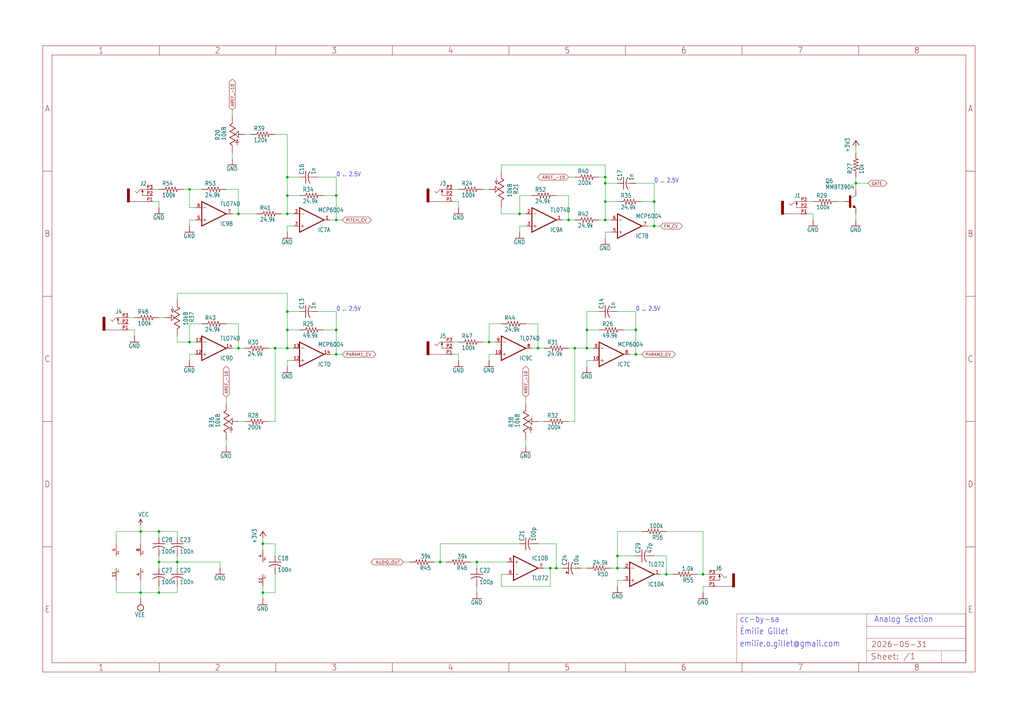
<source format=kicad_sch>
(kicad_sch (version 20231120) (generator "eeschema") (generator_version "8.0")
  (paper "User" 425.45 298.602)
  (lib_symbols
    (symbol "braids_v50COPY-eagle-import:+3V3" (power)
      (symbol "+3V3_1_0"
        (pin power_in line (at 0 -2.54 90) (length 2.54) (name "+3V3") (number "1"))
      )
    )
    (symbol "braids_v50COPY-eagle-import:-NPN-SOT23-BEC"
      (property "Reference" "T" (at -10.16 7.62 0))
      (symbol "-NPN-SOT23-BEC_1_0"
        (pin passive line (at -2.54 0 0) (length 2.54) (name "B") (number "B"))
        (pin passive line (at 2.54 5.08 270) (length 2.54) (name "C") (number "C"))
        (pin passive line (at 2.54 -5.08 90) (length 2.54) (name "E") (number "E"))
      )
    )
    (symbol "braids_v50COPY-eagle-import:A3L-LOC"
      (symbol "A3L-LOC_1_0"
        (text "${#}/${##}" (at 357.505 5.08 0) (effects (font (size 2.54 2.54)) (justify left bottom)))
        (text "${CURRENT_DATE}" (at 344.17 10.16 0) (effects (font (size 2.286 2.286)) (justify left bottom)))
        (text "${PROJECTNAME}" (at 344.17 15.24 0) (effects (font (size 2.54 2.54)) (justify left bottom)))
        (text "1" (at 24.2094 1.905 0) (effects (font (size 2.54 2.286))))
        (text "1" (at 24.2094 258.445 0) (effects (font (size 2.54 2.286))))
        (text "2" (at 72.6281 1.905 0) (effects (font (size 2.54 2.286))))
        (text "2" (at 72.6281 258.445 0) (effects (font (size 2.54 2.286))))
        (text "3" (at 121.0469 1.905 0) (effects (font (size 2.54 2.286))))
        (text "3" (at 121.0469 258.445 0) (effects (font (size 2.54 2.286))))
        (text "4" (at 169.4656 1.905 0) (effects (font (size 2.54 2.286))))
        (text "4" (at 169.4656 258.445 0) (effects (font (size 2.54 2.286))))
        (text "5" (at 217.8844 1.905 0) (effects (font (size 2.54 2.286))))
        (text "5" (at 217.8844 258.445 0) (effects (font (size 2.54 2.286))))
        (text "6" (at 266.3031 1.905 0) (effects (font (size 2.54 2.286))))
        (text "6" (at 266.3031 258.445 0) (effects (font (size 2.54 2.286))))
        (text "7" (at 314.7219 1.905 0) (effects (font (size 2.54 2.286))))
        (text "7" (at 314.7219 258.445 0) (effects (font (size 2.54 2.286))))
        (text "8" (at 363.1406 1.905 0) (effects (font (size 2.54 2.286))))
        (text "8" (at 363.1406 258.445 0) (effects (font (size 2.54 2.286))))
        (text "A" (at 1.905 234.315 0) (effects (font (size 2.54 2.286))))
        (text "A" (at 385.445 234.315 0) (effects (font (size 2.54 2.286))))
        (text "B" (at 1.905 182.245 0) (effects (font (size 2.54 2.286))))
        (text "B" (at 385.445 182.245 0) (effects (font (size 2.54 2.286))))
        (text "C" (at 1.905 130.175 0) (effects (font (size 2.54 2.286))))
        (text "C" (at 385.445 130.175 0) (effects (font (size 2.54 2.286))))
        (text "D" (at 1.905 78.105 0) (effects (font (size 2.54 2.286))))
        (text "D" (at 385.445 78.105 0) (effects (font (size 2.54 2.286))))
        (text "E" (at 1.905 26.035 0) (effects (font (size 2.54 2.286))))
        (text "E" (at 385.445 26.035 0) (effects (font (size 2.54 2.286))))
        (text "Sheet:" (at 343.916 4.953 0) (effects (font (size 2.54 2.54)) (justify left bottom)))
      )
    )
    (symbol "braids_v50COPY-eagle-import:C-USC0603"
      (property "Reference" "C" (at 1.016 0.635 0))
      (symbol "C-USC0603_1_0"
        (pin passive line (at 0 2.54 270) (length 2.54) (name "1") (number "1"))
        (pin passive line (at 0 -5.08 90) (length 2.54) (name "2") (number "2"))
      )
    )
    (symbol "braids_v50COPY-eagle-import:CPOL-USB"
      (property "Reference" "C" (at 1.016 0.635 0))
      (symbol "CPOL-USB_1_0"
        (pin passive line (at 0 2.54 270) (length 2.54) (name "+") (number "+"))
        (pin passive line (at 0 -5.08 90) (length 2.54) (name "-") (number "-"))
      )
    )
    (symbol "braids_v50COPY-eagle-import:GND" (power)
      (symbol "GND_1_0"
        (pin power_in line (at 0 2.54 270) (length 2.54) (name "GND") (number "1"))
      )
    )
    (symbol "braids_v50COPY-eagle-import:PJ301_THONKICONN6"
      (property "Reference" "J" (at -2.54 4.064 0))
      (symbol "PJ301_THONKICONN6_1_0"
        (pin passive line (at -5.08 -2.54 0) (length 2.54) (name "1") (number "P1"))
        (pin passive line (at -5.08 0 0) (length 2.54) (name "2") (number "P2"))
        (pin passive line (at -5.08 2.54 0) (length 2.54) (name "3") (number "P3"))
      )
    )
    (symbol "braids_v50COPY-eagle-import:POT_USVERTICAL_PS"
      (property "Reference" "R" (at -5.08 -2.54 90))
      (symbol "POT_USVERTICAL_PS_1_0"
        (pin passive line (at 0 7.62 270) (length 2.54) (name "E") (number "P$1"))
        (pin passive line (at 5.08 0 180) (length 2.54) (name "S") (number "P$2"))
        (pin passive line (at 0 -7.62 90) (length 2.54) (name "A") (number "P$3"))
      )
    )
    (symbol "braids_v50COPY-eagle-import:R-US_R0603"
      (property "Reference" "R" (at -3.81 1.4986 0))
      (symbol "R-US_R0603_1_0"
        (pin passive line (at -5.08 0 0) (length 2.54) (name "1") (number "1"))
        (pin passive line (at 5.08 0 180) (length 2.54) (name "2") (number "2"))
      )
    )
    (symbol "braids_v50COPY-eagle-import:TL072D"
      (symbol "TL072D_1_0"
        (pin output line (at 7.62 0 180) (length 2.54) (name "OUT") (number "1"))
        (pin input line (at -7.62 -2.54 0) (length 2.54) (name "-IN") (number "2"))
        (pin input line (at -7.62 2.54 0) (length 2.54) (name "+IN") (number "3"))
      )
      (symbol "TL072D_2_0"
        (pin input line (at -7.62 2.54 0) (length 2.54) (name "+IN") (number "5"))
        (pin input line (at -7.62 -2.54 0) (length 2.54) (name "-IN") (number "6"))
        (pin output line (at 7.62 0 180) (length 2.54) (name "OUT") (number "7"))
      )
      (symbol "TL072D_3_0"
        (text "V+" (at 1.27 3.175 900) (effects (font (size 0.8128 0.6908)) (justify left bottom)))
        (text "V-" (at 1.27 -4.445 900) (effects (font (size 0.8128 0.6908)) (justify left bottom)))
        (pin power_in line (at 0 -7.62 90) (length 5.08) (name "V-") (number "4"))
        (pin power_in line (at 0 7.62 270) (length 5.08) (name "V+") (number "8"))
      )
    )
    (symbol "braids_v50COPY-eagle-import:TL074D"
      (symbol "TL074D_1_0"
        (pin output line (at 7.62 0 180) (length 2.54) (name "OUT") (number "1"))
        (pin input line (at -7.62 -2.54 0) (length 2.54) (name "-IN") (number "2"))
        (pin input line (at -7.62 2.54 0) (length 2.54) (name "+IN") (number "3"))
      )
      (symbol "TL074D_2_0"
        (pin input line (at -7.62 2.54 0) (length 2.54) (name "+IN") (number "5"))
        (pin input line (at -7.62 -2.54 0) (length 2.54) (name "-IN") (number "6"))
        (pin output line (at 7.62 0 180) (length 2.54) (name "OUT") (number "7"))
      )
      (symbol "TL074D_3_0"
        (pin input line (at -7.62 2.54 0) (length 2.54) (name "+IN") (number "10"))
        (pin output line (at 7.62 0 180) (length 2.54) (name "OUT") (number "8"))
        (pin input line (at -7.62 -2.54 0) (length 2.54) (name "-IN") (number "9"))
      )
      (symbol "TL074D_4_0"
        (pin input line (at -7.62 2.54 0) (length 2.54) (name "+IN") (number "12"))
        (pin input line (at -7.62 -2.54 0) (length 2.54) (name "-IN") (number "13"))
        (pin output line (at 7.62 0 180) (length 2.54) (name "OUT") (number "14"))
      )
      (symbol "TL074D_5_0"
        (text "V+" (at 1.27 3.175 900) (effects (font (size 0.8128 0.6908)) (justify left bottom)))
        (text "V-" (at 1.27 -4.445 900) (effects (font (size 0.8128 0.6908)) (justify left bottom)))
        (pin power_in line (at 0 -7.62 90) (length 5.08) (name "V-") (number "11"))
        (pin power_in line (at 0 7.62 270) (length 5.08) (name "V+") (number "4"))
      )
    )
    (symbol "braids_v50COPY-eagle-import:VCC" (power)
      (symbol "VCC_1_0"
        (pin power_in line (at 0 0 90) (length 2.54) (name "VCC") (number "1"))
      )
    )
    (symbol "braids_v50COPY-eagle-import:VEE" (power)
      (symbol "VEE_1_0"
        (pin power_in line (at 0 -2.54 90) (length 2.54) (name "VEE") (number "1"))
      )
    )
  )
  (junction (at 198.12 233.68))
  (junction (at 256.54 231.14))
  (junction (at 109.22 246.38))
  (junction (at 251.46 73.66))
  (junction (at 119.38 88.9))
  (junction (at 139.7 81.28))
  (junction (at 203.2 142.24))
  (junction (at 119.38 129.54))
  (junction (at 119.38 81.28))
  (junction (at 139.7 147.32))
  (junction (at 66.04 233.68))
  (junction (at 271.78 83.82))
  (junction (at 119.38 73.66))
  (junction (at 66.04 220.98))
  (junction (at 276.86 238.76))
  (junction (at 223.52 144.78))
  (junction (at 109.22 226.06))
  (junction (at 78.74 78.74))
  (junction (at 292.1 238.76))
  (junction (at 114.3 144.78))
  (junction (at 78.74 142.24))
  (junction (at 215.9 88.9))
  (junction (at 119.38 144.78))
  (junction (at 139.7 137.16))
  (junction (at 99.06 144.78))
  (junction (at 264.16 147.32))
  (junction (at 231.14 236.22))
  (junction (at 236.22 91.44))
  (junction (at 119.38 137.16))
  (junction (at 228.6 236.22))
  (junction (at 73.66 233.68))
  (junction (at 182.88 233.68))
  (junction (at 271.78 93.98))
  (junction (at 58.42 220.98))
  (junction (at 58.42 246.38))
  (junction (at 251.46 91.44))
  (junction (at 238.76 144.78))
  (junction (at 251.46 76.2))
  (junction (at 251.46 83.82))
  (junction (at 99.06 88.9))
  (junction (at 355.6 76.2))
  (junction (at 243.84 137.16))
  (junction (at 139.7 91.44))
  (junction (at 264.16 137.16))
  (junction (at 243.84 144.78))
  (junction (at 66.04 246.38))
  (junction (at 256.54 236.22))
  (wire (pts (xy 73.66 223.52) (xy 73.66 220.98)) (stroke (width 0.1524)))
  (wire (pts (xy 218.44 165.1) (xy 218.44 167.64)) (stroke (width 0.1524)))
  (wire (pts (xy 208.28 68.58) (xy 251.46 68.58)) (stroke (width 0.1524)))
  (wire (pts (xy 63.5 83.82) (xy 66.04 83.82)) (stroke (width 0.1524)))
  (wire (pts (xy 139.7 73.66) (xy 139.7 81.28)) (stroke (width 0.1524)))
  (wire (pts (xy 187.96 78.74) (xy 190.5 78.74)) (stroke (width 0.1524)))
  (wire (pts (xy 73.66 121.92) (xy 119.38 121.92)) (stroke (width 0.1524)))
  (wire (pts (xy 53.34 132.08) (xy 55.88 132.08)) (stroke (width 0.1524)))
  (wire (pts (xy 215.9 88.9) (xy 215.9 81.28)) (stroke (width 0.1524)))
  (wire (pts (xy 132.08 129.54) (xy 139.7 129.54)) (stroke (width 0.1524)))
  (wire (pts (xy 81.28 91.44) (xy 78.74 91.44)) (stroke (width 0.1524)))
  (wire (pts (xy 254 236.22) (xy 256.54 236.22)) (stroke (width 0.1524)))
  (wire (pts (xy 243.84 137.16) (xy 243.84 144.78)) (stroke (width 0.1524)))
  (wire (pts (xy 96.52 63.5) (xy 96.52 66.04)) (stroke (width 0.1524)))
  (wire (pts (xy 218.44 134.62) (xy 223.52 134.62)) (stroke (width 0.1524)))
  (wire (pts (xy 99.06 134.62) (xy 99.06 144.78)) (stroke (width 0.1524)))
  (wire (pts (xy 355.6 76.2) (xy 360.68 76.2)) (stroke (width 0.1524)))
  (wire (pts (xy 114.3 175.26) (xy 114.3 144.78)) (stroke (width 0.1524)))
  (wire (pts (xy 58.42 226.06) (xy 58.42 220.98)) (stroke (width 0.1524)))
  (wire (pts (xy 114.3 226.06) (xy 114.3 231.14)) (stroke (width 0.1524)))
  (wire (pts (xy 119.38 55.88) (xy 119.38 73.66)) (stroke (width 0.1524)))
  (wire (pts (xy 264.16 76.2) (xy 271.78 76.2)) (stroke (width 0.1524)))
  (wire (pts (xy 58.42 246.38) (xy 48.26 246.38)) (stroke (width 0.1524)))
  (wire (pts (xy 266.7 83.82) (xy 271.78 83.82)) (stroke (width 0.1524)))
  (wire (pts (xy 58.42 220.98) (xy 48.26 220.98)) (stroke (width 0.1524)))
  (wire (pts (xy 208.28 238.76) (xy 208.28 243.84)) (stroke (width 0.1524)))
  (wire (pts (xy 114.3 238.76) (xy 114.3 246.38)) (stroke (width 0.1524)))
  (wire (pts (xy 276.86 231.14) (xy 276.86 238.76)) (stroke (width 0.1524)))
  (wire (pts (xy 139.7 91.44) (xy 142.24 91.44)) (stroke (width 0.1524)))
  (wire (pts (xy 121.92 93.98) (xy 119.38 93.98)) (stroke (width 0.1524)))
  (wire (pts (xy 190.5 147.32) (xy 190.5 149.86)) (stroke (width 0.1524)))
  (wire (pts (xy 271.78 93.98) (xy 269.24 93.98)) (stroke (width 0.1524)))
  (wire (pts (xy 66.04 233.68) (xy 66.04 236.22)) (stroke (width 0.1524)))
  (wire (pts (xy 53.34 137.16) (xy 55.88 137.16)) (stroke (width 0.1524)))
  (wire (pts (xy 73.66 142.24) (xy 78.74 142.24)) (stroke (width 0.1524)))
  (wire (pts (xy 109.22 226.06) (xy 109.22 228.6)) (stroke (width 0.1524)))
  (wire (pts (xy 109.22 246.38) (xy 109.22 248.92)) (stroke (width 0.1524)))
  (wire (pts (xy 231.14 226.06) (xy 231.14 236.22)) (stroke (width 0.1524)))
  (wire (pts (xy 238.76 73.66) (xy 236.22 73.66)) (stroke (width 0.1524)))
  (wire (pts (xy 254 96.52) (xy 251.46 96.52)) (stroke (width 0.1524)))
  (wire (pts (xy 182.88 233.68) (xy 182.88 226.06)) (stroke (width 0.1524)))
  (wire (pts (xy 208.28 88.9) (xy 215.9 88.9)) (stroke (width 0.1524)))
  (wire (pts (xy 256.54 241.3) (xy 256.54 243.84)) (stroke (width 0.1524)))
  (wire (pts (xy 119.38 137.16) (xy 119.38 144.78)) (stroke (width 0.1524)))
  (wire (pts (xy 119.38 129.54) (xy 119.38 137.16)) (stroke (width 0.1524)))
  (wire (pts (xy 66.04 246.38) (xy 66.04 243.84)) (stroke (width 0.1524)))
  (wire (pts (xy 78.74 134.62) (xy 78.74 142.24)) (stroke (width 0.1524)))
  (wire (pts (xy 223.52 144.78) (xy 226.06 144.78)) (stroke (width 0.1524)))
  (wire (pts (xy 66.04 233.68) (xy 73.66 233.68)) (stroke (width 0.1524)))
  (wire (pts (xy 236.22 144.78) (xy 238.76 144.78)) (stroke (width 0.1524)))
  (wire (pts (xy 243.84 144.78) (xy 246.38 144.78)) (stroke (width 0.1524)))
  (wire (pts (xy 55.88 137.16) (xy 55.88 139.7)) (stroke (width 0.1524)))
  (wire (pts (xy 99.06 175.26) (xy 101.6 175.26)) (stroke (width 0.1524)))
  (wire (pts (xy 132.08 73.66) (xy 139.7 73.66)) (stroke (width 0.1524)))
  (wire (pts (xy 198.12 243.84) (xy 198.12 246.38)) (stroke (width 0.1524)))
  (wire (pts (xy 114.3 55.88) (xy 119.38 55.88)) (stroke (width 0.1524)))
  (wire (pts (xy 139.7 91.44) (xy 137.16 91.44)) (stroke (width 0.1524)))
  (wire (pts (xy 241.3 236.22) (xy 243.84 236.22)) (stroke (width 0.1524)))
  (wire (pts (xy 66.04 83.82) (xy 66.04 86.36)) (stroke (width 0.1524)))
  (wire (pts (xy 109.22 223.52) (xy 109.22 226.06)) (stroke (width 0.1524)))
  (wire (pts (xy 111.76 144.78) (xy 114.3 144.78)) (stroke (width 0.1524)))
  (wire (pts (xy 66.04 220.98) (xy 66.04 223.52)) (stroke (width 0.1524)))
  (wire (pts (xy 109.22 226.06) (xy 114.3 226.06)) (stroke (width 0.1524)))
  (wire (pts (xy 99.06 78.74) (xy 99.06 88.9)) (stroke (width 0.1524)))
  (wire (pts (xy 347.98 83.82) (xy 350.52 83.82)) (stroke (width 0.1524)))
  (wire (pts (xy 251.46 83.82) (xy 251.46 91.44)) (stroke (width 0.1524)))
  (wire (pts (xy 48.26 220.98) (xy 48.26 226.06)) (stroke (width 0.1524)))
  (wire (pts (xy 200.66 142.24) (xy 203.2 142.24)) (stroke (width 0.1524)))
  (wire (pts (xy 93.98 134.62) (xy 99.06 134.62)) (stroke (width 0.1524)))
  (wire (pts (xy 81.28 147.32) (xy 78.74 147.32)) (stroke (width 0.1524)))
  (wire (pts (xy 355.6 60.96) (xy 355.6 63.5)) (stroke (width 0.1524)))
  (wire (pts (xy 119.38 88.9) (xy 121.92 88.9)) (stroke (width 0.1524)))
  (wire (pts (xy 355.6 88.9) (xy 355.6 91.44)) (stroke (width 0.1524)))
  (wire (pts (xy 271.78 231.14) (xy 276.86 231.14)) (stroke (width 0.1524)))
  (wire (pts (xy 139.7 81.28) (xy 139.7 91.44)) (stroke (width 0.1524)))
  (wire (pts (xy 355.6 78.74) (xy 355.6 76.2)) (stroke (width 0.1524)))
  (wire (pts (xy 91.44 233.68) (xy 91.44 236.22)) (stroke (width 0.1524)))
  (wire (pts (xy 337.82 88.9) (xy 337.82 91.44)) (stroke (width 0.1524)))
  (wire (pts (xy 251.46 73.66) (xy 251.46 76.2)) (stroke (width 0.1524)))
  (wire (pts (xy 114.3 144.78) (xy 119.38 144.78)) (stroke (width 0.1524)))
  (wire (pts (xy 76.2 78.74) (xy 78.74 78.74)) (stroke (width 0.1524)))
  (wire (pts (xy 99.06 144.78) (xy 101.6 144.78)) (stroke (width 0.1524)))
  (wire (pts (xy 264.16 137.16) (xy 264.16 147.32)) (stroke (width 0.1524)))
  (wire (pts (xy 63.5 78.74) (xy 66.04 78.74)) (stroke (width 0.1524)))
  (wire (pts (xy 66.04 220.98) (xy 73.66 220.98)) (stroke (width 0.1524)))
  (wire (pts (xy 111.76 175.26) (xy 114.3 175.26)) (stroke (width 0.1524)))
  (wire (pts (xy 203.2 142.24) (xy 205.74 142.24)) (stroke (width 0.1524)))
  (wire (pts (xy 208.28 134.62) (xy 203.2 134.62)) (stroke (width 0.1524)))
  (wire (pts (xy 256.54 236.22) (xy 259.08 236.22)) (stroke (width 0.1524)))
  (wire (pts (xy 96.52 45.72) (xy 96.52 48.26)) (stroke (width 0.1524)))
  (wire (pts (xy 187.96 83.82) (xy 190.5 83.82)) (stroke (width 0.1524)))
  (wire (pts (xy 335.28 83.82) (xy 337.82 83.82)) (stroke (width 0.1524)))
  (wire (pts (xy 294.64 238.76) (xy 292.1 238.76)) (stroke (width 0.1524)))
  (wire (pts (xy 251.46 96.52) (xy 251.46 99.06)) (stroke (width 0.1524)))
  (wire (pts (xy 220.98 81.28) (xy 215.9 81.28)) (stroke (width 0.1524)))
  (wire (pts (xy 195.58 233.68) (xy 198.12 233.68)) (stroke (width 0.1524)))
  (wire (pts (xy 248.92 137.16) (xy 243.84 137.16)) (stroke (width 0.1524)))
  (wire (pts (xy 93.98 167.64) (xy 93.98 165.1)) (stroke (width 0.1524)))
  (wire (pts (xy 279.4 238.76) (xy 276.86 238.76)) (stroke (width 0.1524)))
  (wire (pts (xy 78.74 86.36) (xy 81.28 86.36)) (stroke (width 0.1524)))
  (wire (pts (xy 251.46 76.2) (xy 251.46 83.82)) (stroke (width 0.1524)))
  (wire (pts (xy 259.08 137.16) (xy 264.16 137.16)) (stroke (width 0.1524)))
  (wire (pts (xy 66.04 231.14) (xy 66.04 233.68)) (stroke (width 0.1524)))
  (wire (pts (xy 218.44 93.98) (xy 215.9 93.98)) (stroke (width 0.1524)))
  (wire (pts (xy 276.86 220.98) (xy 292.1 220.98)) (stroke (width 0.1524)))
  (wire (pts (xy 264.16 147.32) (xy 261.62 147.32)) (stroke (width 0.1524)))
  (wire (pts (xy 73.66 246.38) (xy 73.66 243.84)) (stroke (width 0.1524)))
  (wire (pts (xy 271.78 76.2) (xy 271.78 83.82)) (stroke (width 0.1524)))
  (wire (pts (xy 256.54 129.54) (xy 264.16 129.54)) (stroke (width 0.1524)))
  (wire (pts (xy 119.38 81.28) (xy 119.38 88.9)) (stroke (width 0.1524)))
  (wire (pts (xy 139.7 147.32) (xy 137.16 147.32)) (stroke (width 0.1524)))
  (wire (pts (xy 251.46 91.44) (xy 254 91.44)) (stroke (width 0.1524)))
  (wire (pts (xy 256.54 220.98) (xy 256.54 231.14)) (stroke (width 0.1524)))
  (wire (pts (xy 276.86 238.76) (xy 274.32 238.76)) (stroke (width 0.1524)))
  (wire (pts (xy 248.92 129.54) (xy 243.84 129.54)) (stroke (width 0.1524)))
  (wire (pts (xy 73.66 139.7) (xy 73.66 142.24)) (stroke (width 0.1524)))
  (wire (pts (xy 259.08 241.3) (xy 256.54 241.3)) (stroke (width 0.1524)))
  (wire (pts (xy 238.76 175.26) (xy 238.76 144.78)) (stroke (width 0.1524)))
  (wire (pts (xy 73.66 124.46) (xy 73.66 121.92)) (stroke (width 0.1524)))
  (wire (pts (xy 292.1 243.84) (xy 292.1 246.38)) (stroke (width 0.1524)))
  (wire (pts (xy 243.84 129.54) (xy 243.84 137.16)) (stroke (width 0.1524)))
  (wire (pts (xy 58.42 246.38) (xy 66.04 246.38)) (stroke (width 0.1524)))
  (wire (pts (xy 256.54 231.14) (xy 264.16 231.14)) (stroke (width 0.1524)))
  (wire (pts (xy 236.22 91.44) (xy 233.68 91.44)) (stroke (width 0.1524)))
  (wire (pts (xy 203.2 147.32) (xy 203.2 149.86)) (stroke (width 0.1524)))
  (wire (pts (xy 134.62 81.28) (xy 139.7 81.28)) (stroke (width 0.1524)))
  (wire (pts (xy 198.12 233.68) (xy 210.82 233.68)) (stroke (width 0.1524)))
  (wire (pts (xy 66.04 246.38) (xy 73.66 246.38)) (stroke (width 0.1524)))
  (wire (pts (xy 231.14 81.28) (xy 236.22 81.28)) (stroke (width 0.1524)))
  (wire (pts (xy 355.6 76.2) (xy 355.6 73.66)) (stroke (width 0.1524)))
  (wire (pts (xy 256.54 76.2) (xy 251.46 76.2)) (stroke (width 0.1524)))
  (wire (pts (xy 78.74 91.44) (xy 78.74 93.98)) (stroke (width 0.1524)))
  (wire (pts (xy 124.46 73.66) (xy 119.38 73.66)) (stroke (width 0.1524)))
  (wire (pts (xy 99.06 144.78) (xy 96.52 144.78)) (stroke (width 0.1524)))
  (wire (pts (xy 99.06 88.9) (xy 106.68 88.9)) (stroke (width 0.1524)))
  (wire (pts (xy 256.54 83.82) (xy 251.46 83.82)) (stroke (width 0.1524)))
  (wire (pts (xy 243.84 149.86) (xy 243.84 152.4)) (stroke (width 0.1524)))
  (wire (pts (xy 124.46 137.16) (xy 119.38 137.16)) (stroke (width 0.1524)))
  (wire (pts (xy 228.6 243.84) (xy 228.6 236.22)) (stroke (width 0.1524)))
  (wire (pts (xy 251.46 68.58) (xy 251.46 73.66)) (stroke (width 0.1524)))
  (wire (pts (xy 187.96 142.24) (xy 190.5 142.24)) (stroke (width 0.1524)))
  (wire (pts (xy 218.44 182.88) (xy 218.44 185.42)) (stroke (width 0.1524)))
  (wire (pts (xy 236.22 175.26) (xy 238.76 175.26)) (stroke (width 0.1524)))
  (wire (pts (xy 139.7 129.54) (xy 139.7 137.16)) (stroke (width 0.1524)))
  (wire (pts (xy 256.54 231.14) (xy 256.54 236.22)) (stroke (width 0.1524)))
  (wire (pts (xy 119.38 149.86) (xy 119.38 152.4)) (stroke (width 0.1524)))
  (wire (pts (xy 83.82 78.74) (xy 78.74 78.74)) (stroke (width 0.1524)))
  (wire (pts (xy 236.22 91.44) (xy 238.76 91.44)) (stroke (width 0.1524)))
  (wire (pts (xy 182.88 233.68) (xy 185.42 233.68)) (stroke (width 0.1524)))
  (wire (pts (xy 292.1 238.76) (xy 289.56 238.76)) (stroke (width 0.1524)))
  (wire (pts (xy 236.22 81.28) (xy 236.22 91.44)) (stroke (width 0.1524)))
  (wire (pts (xy 208.28 243.84) (xy 228.6 243.84)) (stroke (width 0.1524)))
  (wire (pts (xy 208.28 71.12) (xy 208.28 68.58)) (stroke (width 0.1524)))
  (wire (pts (xy 73.66 233.68) (xy 73.66 236.22)) (stroke (width 0.1524)))
  (wire (pts (xy 109.22 243.84) (xy 109.22 246.38)) (stroke (width 0.1524)))
  (wire (pts (xy 187.96 147.32) (xy 190.5 147.32)) (stroke (width 0.1524)))
  (wire (pts (xy 200.66 78.74) (xy 203.2 78.74)) (stroke (width 0.1524)))
  (wire (pts (xy 73.66 231.14) (xy 73.66 233.68)) (stroke (width 0.1524)))
  (wire (pts (xy 73.66 233.68) (xy 91.44 233.68)) (stroke (width 0.1524)))
  (wire (pts (xy 78.74 78.74) (xy 78.74 86.36)) (stroke (width 0.1524)))
  (wire (pts (xy 48.26 241.3) (xy 48.26 246.38)) (stroke (width 0.1524)))
  (wire (pts (xy 114.3 246.38) (xy 109.22 246.38)) (stroke (width 0.1524)))
  (wire (pts (xy 292.1 220.98) (xy 292.1 238.76)) (stroke (width 0.1524)))
  (wire (pts (xy 83.82 134.62) (xy 78.74 134.62)) (stroke (width 0.1524)))
  (wire (pts (xy 121.92 149.86) (xy 119.38 149.86)) (stroke (width 0.1524)))
  (wire (pts (xy 124.46 129.54) (xy 119.38 129.54)) (stroke (width 0.1524)))
  (wire (pts (xy 198.12 236.22) (xy 198.12 233.68)) (stroke (width 0.1524)))
  (wire (pts (xy 210.82 238.76) (xy 208.28 238.76)) (stroke (width 0.1524)))
  (wire (pts (xy 248.92 91.44) (xy 251.46 91.44)) (stroke (width 0.1524)))
  (wire (pts (xy 119.38 121.92) (xy 119.38 129.54)) (stroke (width 0.1524)))
  (wire (pts (xy 223.52 175.26) (xy 226.06 175.26)) (stroke (width 0.1524)))
  (wire (pts (xy 182.88 226.06) (xy 215.9 226.06)) (stroke (width 0.1524)))
  (wire (pts (xy 208.28 86.36) (xy 208.28 88.9)) (stroke (width 0.1524)))
  (wire (pts (xy 119.38 73.66) (xy 119.38 81.28)) (stroke (width 0.1524)))
  (wire (pts (xy 266.7 220.98) (xy 256.54 220.98)) (stroke (width 0.1524)))
  (wire (pts (xy 180.34 233.68) (xy 182.88 233.68)) (stroke (width 0.1524)))
  (wire (pts (xy 66.04 132.08) (xy 68.58 132.08)) (stroke (width 0.1524)))
  (wire (pts (xy 223.52 144.78) (xy 220.98 144.78)) (stroke (width 0.1524)))
  (wire (pts (xy 228.6 236.22) (xy 226.06 236.22)) (stroke (width 0.1524)))
  (wire (pts (xy 78.74 147.32) (xy 78.74 149.86)) (stroke (width 0.1524)))
  (wire (pts (xy 223.52 134.62) (xy 223.52 144.78)) (stroke (width 0.1524)))
  (wire (pts (xy 231.14 236.22) (xy 228.6 236.22)) (stroke (width 0.1524)))
  (wire (pts (xy 93.98 78.74) (xy 99.06 78.74)) (stroke (width 0.1524)))
  (wire (pts (xy 271.78 83.82) (xy 271.78 93.98)) (stroke (width 0.1524)))
  (wire (pts (xy 134.62 137.16) (xy 139.7 137.16)) (stroke (width 0.1524)))
  (wire (pts (xy 238.76 144.78) (xy 243.84 144.78)) (stroke (width 0.1524)))
  (wire (pts (xy 142.24 147.32) (xy 139.7 147.32)) (stroke (width 0.1524)))
  (wire (pts (xy 246.38 149.86) (xy 243.84 149.86)) (stroke (width 0.1524)))
  (wire (pts (xy 58.42 248.92) (xy 58.42 246.38)) (stroke (width 0.1524)))
  (wire (pts (xy 119.38 144.78) (xy 121.92 144.78)) (stroke (width 0.1524)))
  (wire (pts (xy 266.7 147.32) (xy 264.16 147.32)) (stroke (width 0.1524)))
  (wire (pts (xy 58.42 218.44) (xy 58.42 220.98)) (stroke (width 0.1524)))
  (wire (pts (xy 170.18 233.68) (xy 167.64 233.68)) (stroke (width 0.1524)))
  (wire (pts (xy 205.74 147.32) (xy 203.2 147.32)) (stroke (width 0.1524)))
  (wire (pts (xy 99.06 88.9) (xy 96.52 88.9)) (stroke (width 0.1524)))
  (wire (pts (xy 119.38 93.98) (xy 119.38 96.52)) (stroke (width 0.1524)))
  (wire (pts (xy 223.52 226.06) (xy 231.14 226.06)) (stroke (width 0.1524)))
  (wire (pts (xy 58.42 241.3) (xy 58.42 246.38)) (stroke (width 0.1524)))
  (wire (pts (xy 264.16 129.54) (xy 264.16 137.16)) (stroke (width 0.1524)))
  (wire (pts (xy 101.6 55.88) (xy 104.14 55.88)) (stroke (width 0.1524)))
  (wire (pts (xy 58.42 220.98) (xy 66.04 220.98)) (stroke (width 0.1524)))
  (wire (pts (xy 124.46 81.28) (xy 119.38 81.28)) (stroke (width 0.1524)))
  (wire (pts (xy 335.28 88.9) (xy 337.82 88.9)) (stroke (width 0.1524)))
  (wire (pts (xy 215.9 93.98) (xy 215.9 96.52)) (stroke (width 0.1524)))
  (wire (pts (xy 294.64 243.84) (xy 292.1 243.84)) (stroke (width 0.1524)))
  (wire (pts (xy 93.98 182.88) (xy 93.98 185.42)) (stroke (width 0.1524)))
  (wire (pts (xy 274.32 93.98) (xy 271.78 93.98)) (stroke (width 0.1524)))
  (wire (pts (xy 139.7 137.16) (xy 139.7 147.32)) (stroke (width 0.1524)))
  (wire (pts (xy 231.14 236.22) (xy 233.68 236.22)) (stroke (width 0.1524)))
  (wire (pts (xy 119.38 88.9) (xy 116.84 88.9)) (stroke (width 0.1524)))
  (wire (pts (xy 248.92 73.66) (xy 251.46 73.66)) (stroke (width 0.1524)))
  (wire (pts (xy 78.74 142.24) (xy 81.28 142.24)) (stroke (width 0.1524)))
  (wire (pts (xy 203.2 134.62) (xy 203.2 142.24)) (stroke (width 0.1524)))
  (wire (pts (xy 215.9 88.9) (xy 218.44 88.9)) (stroke (width 0.1524)))
  (wire (pts (xy 190.5 83.82) (xy 190.5 86.36)) (stroke (width 0.1524)))
  (text "0 .. 2.5V" (at 139.7 129.54 0) (effects (font (size 1.778 1.5113)) (justify left bottom)))
  (text "0 .. 2.5V" (at 271.78 76.2 0) (effects (font (size 1.778 1.5113)) (justify left bottom)))
  (text "Émilie Gillet" (at 307.34 264.16 0) (effects (font (size 2.54 2.159)) (justify left bottom)))
  (text "cc-by-sa" (at 307.34 259.08 0) (effects (font (size 2.54 2.159)) (justify left bottom)))
  (text "0 .. 2.5V" (at 139.7 73.66 0) (effects (font (size 1.778 1.5113)) (justify left bottom)))
  (text "emilie.o.gillet@gmail.com" (at 307.34 269.24 0) (effects (font (size 2.54 2.159)) (justify left bottom)))
  (text "Analog Section" (at 363.22 259.08 0) (effects (font (size 2.54 2.159)) (justify left bottom)))
  (text "0 .. 2.5V" (at 264.16 129.54 0) (effects (font (size 1.778 1.5113)) (justify left bottom)))
  (global_label "GATE" (shape bidirectional) (at 360.68 76.2 0) (effects (font (size 1.2446 1.2446))) (property "Intersheetrefs" "${INTERSHEET_REFS}" (effects (hide yes))))
  (global_label "AREF_-10" (shape bidirectional) (at 236.22 73.66 180) (effects (font (size 1.2446 1.2446))) (property "Intersheetrefs" "${INTERSHEET_REFS}" (effects (hide yes))))
  (global_label "PITCH_CV" (shape bidirectional) (at 142.24 91.44 0) (effects (font (size 1.2446 1.2446))) (property "Intersheetrefs" "${INTERSHEET_REFS}" (effects (hide yes))))
  (global_label "PARAM2_CV" (shape bidirectional) (at 266.7 147.32 0) (effects (font (size 1.2446 1.2446))) (property "Intersheetrefs" "${INTERSHEET_REFS}" (effects (hide yes))))
  (global_label "AUDIO_OUT" (shape bidirectional) (at 167.64 233.68 180) (effects (font (size 1.2446 1.2446))) (property "Intersheetrefs" "${INTERSHEET_REFS}" (effects (hide yes))))
  (global_label "AREF_-10" (shape bidirectional) (at 218.44 165.1 90) (effects (font (size 1.2446 1.2446))) (property "Intersheetrefs" "${INTERSHEET_REFS}" (effects (hide yes))))
  (global_label "PARAM1_CV" (shape bidirectional) (at 142.24 147.32 0) (effects (font (size 1.2446 1.2446))) (property "Intersheetrefs" "${INTERSHEET_REFS}" (effects (hide yes))))
  (global_label "AREF_-10" (shape bidirectional) (at 96.52 45.72 90) (effects (font (size 1.2446 1.2446))) (property "Intersheetrefs" "${INTERSHEET_REFS}" (effects (hide yes))))
  (global_label "FM_CV" (shape bidirectional) (at 274.32 93.98 0) (effects (font (size 1.2446 1.2446))) (property "Intersheetrefs" "${INTERSHEET_REFS}" (effects (hide yes))))
  (global_label "AREF_-10" (shape bidirectional) (at 93.98 165.1 90) (effects (font (size 1.2446 1.2446))) (property "Intersheetrefs" "${INTERSHEET_REFS}" (effects (hide yes))))
  (symbol (lib_id "braids_v50COPY-eagle-import:POT_USVERTICAL_PS") (at 208.28 78.74 180) (unit 1)
    (property "Reference" "R21" (at 213.36 76.2 90) (effects (font (size 1.778 1.5113)) (justify left bottom)))
    (property "Value" "10kB" (at 210.82 76.2 90) (effects (font (size 1.778 1.5113)) (justify left bottom)))
    (property "Footprint" "braids_v50COPY:ALPS_POT_VERTICAL_PS" (effects (hide yes)))
  )
  (symbol (lib_id "braids_v50COPY-eagle-import:GND") (at 190.5 88.9 0) (unit 1)
    (property "Reference" "#GND17" (effects (hide yes)))
    (property "Value" "GND" (at 187.96 91.44 0) (effects (font (size 1.778 1.5113)) (justify left bottom)))
  )
  (symbol (lib_id "braids_v50COPY-eagle-import:TL074D") (at 226.06 91.44 0) (mirror x) (unit 1)
    (property "Reference" "IC9" (at 228.6 94.615 0) (effects (font (size 1.778 1.5113)) (justify left bottom)))
    (property "Value" "TL074D" (at 228.6 86.36 0) (effects (font (size 1.778 1.5113)) (justify left bottom)))
    (property "Footprint" "braids_v50COPY:SO14" (effects (hide yes)))
  )
  (symbol (lib_id "braids_v50COPY-eagle-import:R-US_R0603") (at 88.9 78.74 0) (unit 1)
    (property "Reference" "R53" (at 85.09 77.2414 0) (effects (font (size 1.778 1.5113)) (justify left bottom)))
    (property "Value" "24.9k" (at 85.09 82.042 0) (effects (font (size 1.778 1.5113)) (justify left bottom)))
    (property "Footprint" "braids_v50COPY:R0603" (effects (hide yes)))
  )
  (symbol (lib_id "braids_v50COPY-eagle-import:GND") (at 93.98 187.96 0) (unit 1)
    (property "Reference" "#GND27" (effects (hide yes)))
    (property "Value" "GND" (at 91.44 190.5 0) (effects (font (size 1.778 1.5113)) (justify left bottom)))
  )
  (symbol (lib_id "braids_v50COPY-eagle-import:VCC") (at 58.42 218.44 0) (unit 1)
    (property "Reference" "#P+7" (effects (hide yes)))
    (property "Value" "VCC" (at 57.404 214.884 0) (effects (font (size 1.778 1.5113)) (justify left bottom)))
  )
  (symbol (lib_id "braids_v50COPY-eagle-import:GND") (at 119.38 99.06 0) (unit 1)
    (property "Reference" "#GND15" (effects (hide yes)))
    (property "Value" "GND" (at 116.84 101.6 0) (effects (font (size 1.778 1.5113)) (justify left bottom)))
  )
  (symbol (lib_id "braids_v50COPY-eagle-import:R-US_R0603") (at 129.54 137.16 0) (unit 1)
    (property "Reference" "R25" (at 125.73 135.6614 0) (effects (font (size 1.778 1.5113)) (justify left bottom)))
    (property "Value" "49.9k" (at 125.73 140.462 0) (effects (font (size 1.778 1.5113)) (justify left bottom)))
    (property "Footprint" "braids_v50COPY:R0603" (effects (hide yes)))
  )
  (symbol (lib_id "braids_v50COPY-eagle-import:GND") (at 109.22 251.46 0) (unit 1)
    (property "Reference" "#GND39" (effects (hide yes)))
    (property "Value" "GND" (at 106.68 254 0) (effects (font (size 1.778 1.5113)) (justify left bottom)))
  )
  (symbol (lib_id "braids_v50COPY-eagle-import:TL074D") (at 129.54 91.44 0) (mirror x) (unit 1)
    (property "Reference" "IC7" (at 132.08 94.615 0) (effects (font (size 1.778 1.5113)) (justify left bottom)))
    (property "Value" "MCP6004" (at 132.08 86.36 0) (effects (font (size 1.778 1.5113)) (justify left bottom)))
    (property "Footprint" "braids_v50COPY:SO14" (effects (hide yes)))
  )
  (symbol (lib_id "braids_v50COPY-eagle-import:C-USC0603") (at 73.66 238.76 0) (unit 1)
    (property "Reference" "C20" (at 74.676 238.125 0) (effects (font (size 1.778 1.5113)) (justify left bottom)))
    (property "Value" "100n" (at 74.676 242.951 0) (effects (font (size 1.778 1.5113)) (justify left bottom)))
    (property "Footprint" "braids_v50COPY:C0603" (effects (hide yes)))
  )
  (symbol (lib_id "braids_v50COPY-eagle-import:GND") (at 91.44 238.76 0) (unit 1)
    (property "Reference" "#GND38" (effects (hide yes)))
    (property "Value" "GND" (at 88.9 241.3 0) (effects (font (size 1.778 1.5113)) (justify left bottom)))
  )
  (symbol (lib_id "braids_v50COPY-eagle-import:R-US_R0603") (at 355.6 68.58 90) (unit 1)
    (property "Reference" "R27" (at 354.1014 72.39 0) (effects (font (size 1.778 1.5113)) (justify left bottom)))
    (property "Value" "10k" (at 358.902 72.39 0) (effects (font (size 1.778 1.5113)) (justify left bottom)))
    (property "Footprint" "braids_v50COPY:R0603" (effects (hide yes)))
  )
  (symbol (lib_id "braids_v50COPY-eagle-import:R-US_R0603") (at 106.68 144.78 0) (unit 1)
    (property "Reference" "R30" (at 102.87 143.2814 0) (effects (font (size 1.778 1.5113)) (justify left bottom)))
    (property "Value" "24.9k" (at 102.87 148.082 0) (effects (font (size 1.778 1.5113)) (justify left bottom)))
    (property "Footprint" "braids_v50COPY:R0603" (effects (hide yes)))
  )
  (symbol (lib_id "braids_v50COPY-eagle-import:GND") (at 251.46 101.6 0) (unit 1)
    (property "Reference" "#GND20" (effects (hide yes)))
    (property "Value" "GND" (at 248.92 104.14 0) (effects (font (size 1.778 1.5113)) (justify left bottom)))
  )
  (symbol (lib_id "braids_v50COPY-eagle-import:TL072D") (at 58.42 233.68 0) (unit 3)
    (property "Reference" "IC10" (effects (hide yes)))
    (property "Value" "TL072" (effects (hide yes)))
    (property "Footprint" "braids_v50COPY:SO08" (effects (hide yes)))
  )
  (symbol (lib_id "braids_v50COPY-eagle-import:-NPN-SOT23-BEC") (at 353.06 83.82 0) (unit 1)
    (property "Reference" "Q6" (at 342.9 76.2 0) (effects (font (size 1.778 1.5113)) (justify left bottom)))
    (property "Value" "MMBT3904" (at 342.9 78.74 0) (effects (font (size 1.778 1.5113)) (justify left bottom)))
    (property "Footprint" "braids_v50COPY:SOT23-BEC" (effects (hide yes)))
  )
  (symbol (lib_id "braids_v50COPY-eagle-import:TL074D") (at 88.9 88.9 0) (mirror x) (unit 2)
    (property "Reference" "IC9" (at 91.44 92.075 0) (effects (font (size 1.778 1.5113)) (justify left bottom)))
    (property "Value" "TL074D" (at 91.44 83.82 0) (effects (font (size 1.778 1.5113)) (justify left bottom)))
    (property "Footprint" "braids_v50COPY:SO14" (effects (hide yes)))
  )
  (symbol (lib_id "braids_v50COPY-eagle-import:POT_USVERTICAL_PS") (at 96.52 55.88 0) (unit 1)
    (property "Reference" "R20" (at 91.44 58.42 90) (effects (font (size 1.778 1.5113)) (justify left bottom)))
    (property "Value" "10kB" (at 93.98 58.42 90) (effects (font (size 1.778 1.5113)) (justify left bottom)))
    (property "Footprint" "braids_v50COPY:ALPS_POT_VERTICAL_PS" (effects (hide yes)))
  )
  (symbol (lib_id "braids_v50COPY-eagle-import:VEE") (at 58.42 251.46 180) (unit 1)
    (property "Reference" "#SUPPLY5" (effects (hide yes)))
    (property "Value" "VEE" (at 60.325 254.635 0) (effects (font (size 1.778 1.5113)) (justify left bottom)))
  )
  (symbol (lib_id "braids_v50COPY-eagle-import:C-USC0603") (at 198.12 238.76 0) (unit 1)
    (property "Reference" "C22" (at 199.136 238.125 0) (effects (font (size 1.778 1.5113)) (justify left bottom)))
    (property "Value" "100p" (at 199.136 242.951 0) (effects (font (size 1.778 1.5113)) (justify left bottom)))
    (property "Footprint" "braids_v50COPY:C0603" (effects (hide yes)))
  )
  (symbol (lib_id "braids_v50COPY-eagle-import:R-US_R0603") (at 88.9 134.62 0) (unit 1)
    (property "Reference" "R43" (at 85.09 133.1214 0) (effects (font (size 1.778 1.5113)) (justify left bottom)))
    (property "Value" "24.9k" (at 85.09 137.922 0) (effects (font (size 1.778 1.5113)) (justify left bottom)))
    (property "Footprint" "braids_v50COPY:R0603" (effects (hide yes)))
  )
  (symbol (lib_id "braids_v50COPY-eagle-import:C-USC0603") (at 73.66 226.06 0) (unit 1)
    (property "Reference" "C23" (at 74.676 225.425 0) (effects (font (size 1.778 1.5113)) (justify left bottom)))
    (property "Value" "100n" (at 74.676 230.251 0) (effects (font (size 1.778 1.5113)) (justify left bottom)))
    (property "Footprint" "braids_v50COPY:C0603" (effects (hide yes)))
  )
  (symbol (lib_id "braids_v50COPY-eagle-import:R-US_R0603") (at 271.78 220.98 180) (unit 1)
    (property "Reference" "R56" (at 275.59 222.4786 0) (effects (font (size 1.778 1.5113)) (justify left bottom)))
    (property "Value" "100k" (at 275.59 217.678 0) (effects (font (size 1.778 1.5113)) (justify left bottom)))
    (property "Footprint" "braids_v50COPY:R0603" (effects (hide yes)))
  )
  (symbol (lib_id "braids_v50COPY-eagle-import:GND") (at 55.88 142.24 0) (unit 1)
    (property "Reference" "#GND21" (effects (hide yes)))
    (property "Value" "GND" (at 53.34 144.78 0) (effects (font (size 1.778 1.5113)) (justify left bottom)))
  )
  (symbol (lib_id "braids_v50COPY-eagle-import:TL074D") (at 213.36 144.78 0) (mirror x) (unit 3)
    (property "Reference" "IC9" (at 215.9 147.955 0) (effects (font (size 1.778 1.5113)) (justify left bottom)))
    (property "Value" "TL074D" (at 215.9 139.7 0) (effects (font (size 1.778 1.5113)) (justify left bottom)))
    (property "Footprint" "braids_v50COPY:SO14" (effects (hide yes)))
  )
  (symbol (lib_id "braids_v50COPY-eagle-import:GND") (at 78.74 152.4 0) (unit 1)
    (property "Reference" "#GND22" (effects (hide yes)))
    (property "Value" "GND" (at 76.2 154.94 0) (effects (font (size 1.778 1.5113)) (justify left bottom)))
  )
  (symbol (lib_id "braids_v50COPY-eagle-import:GND") (at 198.12 248.92 0) (unit 1)
    (property "Reference" "#GND32" (effects (hide yes)))
    (property "Value" "GND" (at 195.58 251.46 0) (effects (font (size 1.778 1.5113)) (justify left bottom)))
  )
  (symbol (lib_id "braids_v50COPY-eagle-import:A3L-LOC") (at 17.78 279.4 0) (unit 1)
    (property "Reference" "#FRAME3" (effects (hide yes)))
    (property "Value" "A3L-LOC" (effects (hide yes)))
  )
  (symbol (lib_id "braids_v50COPY-eagle-import:R-US_R0603") (at 243.84 73.66 0) (unit 1)
    (property "Reference" "R40" (at 240.03 72.1614 0) (effects (font (size 1.778 1.5113)) (justify left bottom)))
    (property "Value" "200k" (at 240.03 76.962 0) (effects (font (size 1.778 1.5113)) (justify left bottom)))
    (property "Footprint" "braids_v50COPY:R0603" (effects (hide yes)))
  )
  (symbol (lib_id "braids_v50COPY-eagle-import:C-USC0603") (at 127 129.54 90) (unit 1)
    (property "Reference" "C13" (at 126.365 128.524 0) (effects (font (size 1.778 1.5113)) (justify left bottom)))
    (property "Value" "1n" (at 131.191 128.524 0) (effects (font (size 1.778 1.5113)) (justify left bottom)))
    (property "Footprint" "braids_v50COPY:C0603" (effects (hide yes)))
  )
  (symbol (lib_id "braids_v50COPY-eagle-import:C-USC0603") (at 114.3 233.68 0) (unit 1)
    (property "Reference" "C18" (at 115.316 233.045 0) (effects (font (size 1.778 1.5113)) (justify left bottom)))
    (property "Value" "100n" (at 115.316 237.871 0) (effects (font (size 1.778 1.5113)) (justify left bottom)))
    (property "Footprint" "braids_v50COPY:C0603" (effects (hide yes)))
  )
  (symbol (lib_id "braids_v50COPY-eagle-import:TL074D") (at 88.9 144.78 0) (mirror x) (unit 4)
    (property "Reference" "IC9" (at 91.44 147.955 0) (effects (font (size 1.778 1.5113)) (justify left bottom)))
    (property "Value" "TL074D" (at 91.44 139.7 0) (effects (font (size 1.778 1.5113)) (justify left bottom)))
    (property "Footprint" "braids_v50COPY:SO14" (effects (hide yes)))
  )
  (symbol (lib_id "braids_v50COPY-eagle-import:PJ301_THONKICONN6") (at 182.88 144.78 0) (mirror y) (unit 1)
    (property "Reference" "J5" (at 185.42 140.716 0) (effects (font (size 1.778 1.5113)) (justify left bottom)))
    (property "Value" "PJ301_THONKICONN6" (effects (hide yes)))
    (property "Footprint" "braids_v50COPY:WQP_PJ_301M6" (effects (hide yes)))
  )
  (symbol (lib_id "braids_v50COPY-eagle-import:R-US_R0603") (at 254 137.16 0) (unit 1)
    (property "Reference" "R26" (at 250.19 135.6614 0) (effects (font (size 1.778 1.5113)) (justify left bottom)))
    (property "Value" "49.9k" (at 250.19 140.462 0) (effects (font (size 1.778 1.5113)) (justify left bottom)))
    (property "Footprint" "braids_v50COPY:R0603" (effects (hide yes)))
  )
  (symbol (lib_id "braids_v50COPY-eagle-import:GND") (at 66.04 88.9 0) (unit 1)
    (property "Reference" "#GND13" (effects (hide yes)))
    (property "Value" "GND" (at 63.5 91.44 0) (effects (font (size 1.778 1.5113)) (justify left bottom)))
  )
  (symbol (lib_id "braids_v50COPY-eagle-import:TL072D") (at 266.7 238.76 0) (mirror x) (unit 1)
    (property "Reference" "IC10" (at 269.24 241.935 0) (effects (font (size 1.778 1.5113)) (justify left bottom)))
    (property "Value" "TL072" (at 269.24 233.68 0) (effects (font (size 1.778 1.5113)) (justify left bottom)))
    (property "Footprint" "braids_v50COPY:SO08" (effects (hide yes)))
  )
  (symbol (lib_id "braids_v50COPY-eagle-import:C-USC0603") (at 251.46 129.54 90) (unit 1)
    (property "Reference" "C14" (at 250.825 128.524 0) (effects (font (size 1.778 1.5113)) (justify left bottom)))
    (property "Value" "1n" (at 255.651 128.524 0) (effects (font (size 1.778 1.5113)) (justify left bottom)))
    (property "Footprint" "braids_v50COPY:C0603" (effects (hide yes)))
  )
  (symbol (lib_id "braids_v50COPY-eagle-import:GND") (at 119.38 154.94 0) (unit 1)
    (property "Reference" "#GND23" (effects (hide yes)))
    (property "Value" "GND" (at 116.84 157.48 0) (effects (font (size 1.778 1.5113)) (justify left bottom)))
  )
  (symbol (lib_id "braids_v50COPY-eagle-import:R-US_R0603") (at 109.22 55.88 0) (unit 1)
    (property "Reference" "R39" (at 105.41 54.3814 0) (effects (font (size 1.778 1.5113)) (justify left bottom)))
    (property "Value" "120k" (at 105.41 59.182 0) (effects (font (size 1.778 1.5113)) (justify left bottom)))
    (property "Footprint" "braids_v50COPY:R0603" (effects (hide yes)))
  )
  (symbol (lib_id "braids_v50COPY-eagle-import:GND") (at 215.9 99.06 0) (unit 1)
    (property "Reference" "#GND19" (effects (hide yes)))
    (property "Value" "GND" (at 213.36 101.6 0) (effects (font (size 1.778 1.5113)) (justify left bottom)))
  )
  (symbol (lib_id "braids_v50COPY-eagle-import:TL074D") (at 48.26 233.68 0) (unit 5)
    (property "Reference" "IC9" (effects (hide yes)))
    (property "Value" "TL074D" (effects (hide yes)))
    (property "Footprint" "braids_v50COPY:SO14" (effects (hide yes)))
  )
  (symbol (lib_id "braids_v50COPY-eagle-import:R-US_R0603") (at 175.26 233.68 180) (unit 1)
    (property "Reference" "R45" (at 179.07 235.1786 0) (effects (font (size 1.778 1.5113)) (justify left bottom)))
    (property "Value" "39k" (at 179.07 230.378 0) (effects (font (size 1.778 1.5113)) (justify left bottom)))
    (property "Footprint" "braids_v50COPY:R0603" (effects (hide yes)))
  )
  (symbol (lib_id "braids_v50COPY-eagle-import:C-USC0603") (at 66.04 238.76 0) (unit 1)
    (property "Reference" "C27" (at 67.056 238.125 0) (effects (font (size 1.778 1.5113)) (justify left bottom)))
    (property "Value" "100n" (at 67.056 242.951 0) (effects (font (size 1.778 1.5113)) (justify left bottom)))
    (property "Footprint" "braids_v50COPY:C0603" (effects (hide yes)))
  )
  (symbol (lib_id "braids_v50COPY-eagle-import:GND") (at 355.6 93.98 0) (unit 1)
    (property "Reference" "#GND31" (effects (hide yes)))
    (property "Value" "GND" (at 353.06 96.52 0) (effects (font (size 1.778 1.5113)) (justify left bottom)))
  )
  (symbol (lib_id "braids_v50COPY-eagle-import:GND") (at 243.84 154.94 0) (unit 1)
    (property "Reference" "#GND26" (effects (hide yes)))
    (property "Value" "GND" (at 241.3 157.48 0) (effects (font (size 1.778 1.5113)) (justify left bottom)))
  )
  (symbol (lib_id "braids_v50COPY-eagle-import:GND") (at 78.74 96.52 0) (unit 1)
    (property "Reference" "#GND14" (effects (hide yes)))
    (property "Value" "GND" (at 76.2 99.06 0) (effects (font (size 1.778 1.5113)) (justify left bottom)))
  )
  (symbol (lib_id "braids_v50COPY-eagle-import:C-USC0603") (at 266.7 231.14 90) (unit 1)
    (property "Reference" "C29" (at 266.065 230.124 0) (effects (font (size 1.778 1.5113)) (justify left bottom)))
    (property "Value" "47p" (at 270.891 230.124 0) (effects (font (size 1.778 1.5113)) (justify left bottom)))
    (property "Footprint" "braids_v50COPY:C0603" (effects (hide yes)))
  )
  (symbol (lib_id "braids_v50COPY-eagle-import:TL072D") (at 218.44 236.22 0) (unit 2)
    (property "Reference" "IC10" (at 220.98 233.045 0) (effects (font (size 1.778 1.5113)) (justify left bottom)))
    (property "Value" "TL072" (at 220.98 241.3 0) (effects (font (size 1.778 1.5113)) (justify left bottom)))
    (property "Footprint" "braids_v50COPY:SO08" (effects (hide yes)))
  )
  (symbol (lib_id "braids_v50COPY-eagle-import:R-US_R0603") (at 248.92 236.22 180) (unit 1)
    (property "Reference" "R50" (at 252.73 237.7186 0) (effects (font (size 1.778 1.5113)) (justify left bottom)))
    (property "Value" "24.9k" (at 252.73 232.918 0) (effects (font (size 1.778 1.5113)) (justify left bottom)))
    (property "Footprint" "braids_v50COPY:R0603" (effects (hide yes)))
  )
  (symbol (lib_id "braids_v50COPY-eagle-import:GND") (at 203.2 152.4 0) (unit 1)
    (property "Reference" "#GND25" (effects (hide yes)))
    (property "Value" "GND" (at 200.66 154.94 0) (effects (font (size 1.778 1.5113)) (justify left bottom)))
  )
  (symbol (lib_id "braids_v50COPY-eagle-import:R-US_R0603") (at 284.48 238.76 180) (unit 1)
    (property "Reference" "R55" (at 288.29 240.2586 0) (effects (font (size 1.778 1.5113)) (justify left bottom)))
    (property "Value" "1.0k" (at 288.29 235.458 0) (effects (font (size 1.778 1.5113)) (justify left bottom)))
    (property "Footprint" "braids_v50COPY:R0603" (effects (hide yes)))
  )
  (symbol (lib_id "braids_v50COPY-eagle-import:PJ301_THONKICONN6") (at 48.26 134.62 0) (mirror y) (unit 1)
    (property "Reference" "J4" (at 50.8 130.556 0) (effects (font (size 1.778 1.5113)) (justify left bottom)))
    (property "Value" "PJ301_THONKICONN6" (effects (hide yes)))
    (property "Footprint" "braids_v50COPY:WQP_PJ_301M6" (effects (hide yes)))
  )
  (symbol (lib_id "braids_v50COPY-eagle-import:R-US_R0603") (at 60.96 132.08 0) (unit 1)
    (property "Reference" "R48" (at 57.15 130.5814 0) (effects (font (size 1.778 1.5113)) (justify left bottom)))
    (property "Value" "100k" (at 57.15 135.382 0) (effects (font (size 1.778 1.5113)) (justify left bottom)))
    (property "Footprint" "braids_v50COPY:R0603" (effects (hide yes)))
  )
  (symbol (lib_id "braids_v50COPY-eagle-import:C-USC0603") (at 127 73.66 90) (unit 1)
    (property "Reference" "C16" (at 126.365 72.644 0) (effects (font (size 1.778 1.5113)) (justify left bottom)))
    (property "Value" "1n" (at 131.191 72.644 0) (effects (font (size 1.778 1.5113)) (justify left bottom)))
    (property "Footprint" "braids_v50COPY:C0603" (effects (hide yes)))
  )
  (symbol (lib_id "braids_v50COPY-eagle-import:TL074D") (at 129.54 147.32 0) (mirror x) (unit 4)
    (property "Reference" "IC7" (at 132.08 150.495 0) (effects (font (size 1.778 1.5113)) (justify left bottom)))
    (property "Value" "MCP6004" (at 132.08 142.24 0) (effects (font (size 1.778 1.5113)) (justify left bottom)))
    (property "Footprint" "braids_v50COPY:SO14" (effects (hide yes)))
  )
  (symbol (lib_id "braids_v50COPY-eagle-import:POT_USVERTICAL_PS") (at 73.66 132.08 180) (unit 1)
    (property "Reference" "R37" (at 78.74 129.54 90) (effects (font (size 1.778 1.5113)) (justify left bottom)))
    (property "Value" "10kB" (at 76.2 129.54 90) (effects (font (size 1.778 1.5113)) (justify left bottom)))
    (property "Footprint" "braids_v50COPY:ALPS_POT_VERTICAL_PS" (effects (hide yes)))
  )
  (symbol (lib_id "braids_v50COPY-eagle-import:R-US_R0603") (at 243.84 91.44 0) (unit 1)
    (property "Reference" "R42" (at 240.03 89.9414 0) (effects (font (size 1.778 1.5113)) (justify left bottom)))
    (property "Value" "24.9k" (at 240.03 94.742 0) (effects (font (size 1.778 1.5113)) (justify left bottom)))
    (property "Footprint" "braids_v50COPY:R0603" (effects (hide yes)))
  )
  (symbol (lib_id "braids_v50COPY-eagle-import:PJ301_THONKICONN6") (at 299.72 241.3 0) (unit 1)
    (property "Reference" "J6" (at 297.18 237.236 0) (effects (font (size 1.778 1.5113)) (justify left bottom)))
    (property "Value" "PJ301_THONKICONN6" (effects (hide yes)))
    (property "Footprint" "braids_v50COPY:WQP_PJ_301M6" (effects (hide yes)))
  )
  (symbol (lib_id "braids_v50COPY-eagle-import:PJ301_THONKICONN6") (at 330.2 86.36 0) (mirror y) (unit 1)
    (property "Reference" "J1" (at 332.74 82.296 0) (effects (font (size 1.778 1.5113)) (justify left bottom)))
    (property "Value" "PJ301_THONKICONN6" (effects (hide yes)))
    (property "Footprint" "braids_v50COPY:WQP_PJ_301M6" (effects (hide yes)))
  )
  (symbol (lib_id "braids_v50COPY-eagle-import:R-US_R0603") (at 231.14 175.26 0) (unit 1)
    (property "Reference" "R32" (at 227.33 173.7614 0) (effects (font (size 1.778 1.5113)) (justify left bottom)))
    (property "Value" "200k" (at 227.33 178.562 0) (effects (font (size 1.778 1.5113)) (justify left bottom)))
    (property "Footprint" "braids_v50COPY:R0603" (effects (hide yes)))
  )
  (symbol (lib_id "braids_v50COPY-eagle-import:+3V3") (at 355.6 58.42 0) (unit 1)
    (property "Reference" "#+3V14" (effects (hide yes)))
    (property "Value" "+3V3" (at 353.06 63.5 90) (effects (font (size 1.778 1.5113)) (justify left bottom)))
  )
  (symbol (lib_id "braids_v50COPY-eagle-import:R-US_R0603") (at 71.12 78.74 0) (unit 1)
    (property "Reference" "R54" (at 67.31 77.2414 0) (effects (font (size 1.778 1.5113)) (justify left bottom)))
    (property "Value" "100k" (at 67.31 82.042 0) (effects (font (size 1.778 1.5113)) (justify left bottom)))
    (property "Footprint" "braids_v50COPY:R0603" (effects (hide yes)))
  )
  (symbol (lib_id "braids_v50COPY-eagle-import:GND") (at 190.5 152.4 0) (unit 1)
    (property "Reference" "#GND24" (effects (hide yes)))
    (property "Value" "GND" (at 187.96 154.94 0) (effects (font (size 1.778 1.5113)) (justify left bottom)))
  )
  (symbol (lib_id "braids_v50COPY-eagle-import:R-US_R0603") (at 213.36 134.62 0) (unit 1)
    (property "Reference" "R44" (at 209.55 133.1214 0) (effects (font (size 1.778 1.5113)) (justify left bottom)))
    (property "Value" "24.9k" (at 209.55 137.922 0) (effects (font (size 1.778 1.5113)) (justify left bottom)))
    (property "Footprint" "braids_v50COPY:R0603" (effects (hide yes)))
  )
  (symbol (lib_id "braids_v50COPY-eagle-import:R-US_R0603") (at 195.58 142.24 0) (unit 1)
    (property "Reference" "R47" (at 191.77 140.7414 0) (effects (font (size 1.778 1.5113)) (justify left bottom)))
    (property "Value" "100k" (at 191.77 145.542 0) (effects (font (size 1.778 1.5113)) (justify left bottom)))
    (property "Footprint" "braids_v50COPY:R0603" (effects (hide yes)))
  )
  (symbol (lib_id "braids_v50COPY-eagle-import:TL074D") (at 261.62 93.98 0) (mirror x) (unit 2)
    (property "Reference" "IC7" (at 264.16 97.155 0) (effects (font (size 1.778 1.5113)) (justify left bottom)))
    (property "Value" "MCP6004" (at 264.16 88.9 0) (effects (font (size 1.778 1.5113)) (justify left bottom)))
    (property "Footprint" "braids_v50COPY:SO14" (effects (hide yes)))
  )
  (symbol (lib_id "braids_v50COPY-eagle-import:PJ301_THONKICONN6") (at 182.88 81.28 0) (mirror y) (unit 1)
    (property "Reference" "J3" (at 185.42 77.216 0) (effects (font (size 1.778 1.5113)) (justify left bottom)))
    (property "Value" "PJ301_THONKICONN6" (effects (hide yes)))
    (property "Footprint" "braids_v50COPY:WQP_PJ_301M6" (effects (hide yes)))
  )
  (symbol (lib_id "braids_v50COPY-eagle-import:C-USC0603") (at 259.08 76.2 90) (unit 1)
    (property "Reference" "C17" (at 258.445 75.184 0) (effects (font (size 1.778 1.5113)) (justify left bottom)))
    (property "Value" "1n" (at 263.271 75.184 0) (effects (font (size 1.778 1.5113)) (justify left bottom)))
    (property "Footprint" "braids_v50COPY:C0603" (effects (hide yes)))
  )
  (symbol (lib_id "braids_v50COPY-eagle-import:GND") (at 256.54 246.38 0) (unit 1)
    (property "Reference" "#GND33" (effects (hide yes)))
    (property "Value" "GND" (at 254 248.92 0) (effects (font (size 1.778 1.5113)) (justify left bottom)))
  )
  (symbol (lib_id "braids_v50COPY-eagle-import:TL074D") (at 254 147.32 0) (mirror x) (unit 3)
    (property "Reference" "IC7" (at 256.54 150.495 0) (effects (font (size 1.778 1.5113)) (justify left bottom)))
    (property "Value" "MCP6004" (at 256.54 142.24 0) (effects (font (size 1.778 1.5113)) (justify left bottom)))
    (property "Footprint" "braids_v50COPY:SO14" (effects (hide yes)))
  )
  (symbol (lib_id "braids_v50COPY-eagle-import:TL074D") (at 109.22 236.22 0) (unit 5)
    (property "Reference" "IC7" (effects (hide yes)))
    (property "Value" "MCP6004" (effects (hide yes)))
    (property "Footprint" "braids_v50COPY:SO14" (effects (hide yes)))
  )
  (symbol (lib_id "braids_v50COPY-eagle-import:GND") (at 337.82 93.98 0) (unit 1)
    (property "Reference" "#GND18" (effects (hide yes)))
    (property "Value" "GND" (at 335.28 96.52 0) (effects (font (size 1.778 1.5113)) (justify left bottom)))
  )
  (symbol (lib_id "braids_v50COPY-eagle-import:C-USC0603") (at 66.04 226.06 0) (unit 1)
    (property "Reference" "C28" (at 67.056 225.425 0) (effects (font (size 1.778 1.5113)) (justify left bottom)))
    (property "Value" "100n" (at 67.056 230.251 0) (effects (font (size 1.778 1.5113)) (justify left bottom)))
    (property "Footprint" "braids_v50COPY:C0603" (effects (hide yes)))
  )
  (symbol (lib_id "braids_v50COPY-eagle-import:R-US_R0603") (at 195.58 78.74 0) (unit 1)
    (property "Reference" "R24" (at 191.77 77.2414 0) (effects (font (size 1.778 1.5113)) (justify left bottom)))
    (property "Value" "100k" (at 191.77 82.042 0) (effects (font (size 1.778 1.5113)) (justify left bottom)))
    (property "Footprint" "braids_v50COPY:R0603" (effects (hide yes)))
  )
  (symbol (lib_id "braids_v50COPY-eagle-import:POT_USVERTICAL_PS") (at 218.44 175.26 0) (unit 1)
    (property "Reference" "R38" (at 213.36 177.8 90) (effects (font (size 1.778 1.5113)) (justify left bottom)))
    (property "Value" "10kB" (at 215.9 177.8 90) (effects (font (size 1.778 1.5113)) (justify left bottom)))
    (property "Footprint" "braids_v50COPY:ALPS_POT_VERTICAL_PS" (effects (hide yes)))
  )
  (symbol (lib_id "braids_v50COPY-eagle-import:R-US_R0603") (at 190.5 233.68 180) (unit 1)
    (property "Reference" "R46" (at 194.31 235.1786 0) (effects (font (size 1.778 1.5113)) (justify left bottom)))
    (property "Value" "39k" (at 194.31 230.378 0) (effects (font (size 1.778 1.5113)) (justify left bottom)))
    (property "Footprint" "braids_v50COPY:R0603" (effects (hide yes)))
  )
  (symbol (lib_id "braids_v50COPY-eagle-import:GND") (at 292.1 248.92 0) (unit 1)
    (property "Reference" "#GND37" (effects (hide yes)))
    (property "Value" "GND" (at 289.56 251.46 0) (effects (font (size 1.778 1.5113)) (justify left bottom)))
  )
  (symbol (lib_id "braids_v50COPY-eagle-import:R-US_R0603") (at 111.76 88.9 0) (unit 1)
    (property "Reference" "R41" (at 107.95 87.4014 0) (effects (font (size 1.778 1.5113)) (justify left bottom)))
    (property "Value" "24.9k" (at 107.95 92.202 0) (effects (font (size 1.778 1.5113)) (justify left bottom)))
    (property "Footprint" "braids_v50COPY:R0603" (effects (hide yes)))
  )
  (symbol (lib_id "braids_v50COPY-eagle-import:R-US_R0603") (at 226.06 81.28 0) (unit 1)
    (property "Reference" "R52" (at 222.25 79.7814 0) (effects (font (size 1.778 1.5113)) (justify left bottom)))
    (property "Value" "24.9k" (at 222.25 84.582 0) (effects (font (size 1.778 1.5113)) (justify left bottom)))
    (property "Footprint" "braids_v50COPY:R0603" (effects (hide yes)))
  )
  (symbol (lib_id "braids_v50COPY-eagle-import:GND") (at 218.44 187.96 0) (unit 1)
    (property "Reference" "#GND29" (effects (hide yes)))
    (property "Value" "GND" (at 215.9 190.5 0) (effects (font (size 1.778 1.5113)) (justify left bottom)))
  )
  (symbol (lib_id "braids_v50COPY-eagle-import:GND") (at 96.52 68.58 0) (unit 1)
    (property "Reference" "#GND42" (effects (hide yes)))
    (property "Value" "GND" (at 93.98 71.12 0) (effects (font (size 1.778 1.5113)) (justify left bottom)))
  )
  (symbol (lib_id "braids_v50COPY-eagle-import:R-US_R0603") (at 231.14 144.78 0) (unit 1)
    (property "Reference" "R31" (at 227.33 143.2814 0) (effects (font (size 1.778 1.5113)) (justify left bottom)))
    (property "Value" "24.9k" (at 227.33 148.082 0) (effects (font (size 1.778 1.5113)) (justify left bottom)))
    (property "Footprint" "braids_v50COPY:R0603" (effects (hide yes)))
  )
  (symbol (lib_id "braids_v50COPY-eagle-import:PJ301_THONKICONN6") (at 58.42 81.28 0) (mirror y) (unit 1)
    (property "Reference" "J2" (at 60.96 77.216 0) (effects (font (size 1.778 1.5113)) (justify left bottom)))
    (property "Value" "PJ301_THONKICONN6" (effects (hide yes)))
    (property "Footprint" "braids_v50COPY:WQP_PJ_301M6" (effects (hide yes)))
  )
  (symbol (lib_id "braids_v50COPY-eagle-import:C-USC0603") (at 218.44 226.06 90) (unit 1)
    (property "Reference" "C21" (at 217.805 225.044 0) (effects (font (size 1.778 1.5113)) (justify left bottom)))
    (property "Value" "100p" (at 222.631 225.044 0) (effects (font (size 1.778 1.5113)) (justify left bottom)))
    (property "Footprint" "braids_v50COPY:C0603" (effects (hide yes)))
  )
  (symbol (lib_id "braids_v50COPY-eagle-import:R-US_R0603") (at 129.54 81.28 0) (unit 1)
    (property "Reference" "R34" (at 125.73 79.7814 0) (effects (font (size 1.778 1.5113)) (justify left bottom)))
    (property "Value" "24.9k" (at 125.73 84.582 0) (effects (font (size 1.778 1.5113)) (justify left bottom)))
    (property "Footprint" "braids_v50COPY:R0603" (effects (hide yes)))
  )
  (symbol (lib_id "braids_v50COPY-eagle-import:POT_USVERTICAL_PS") (at 93.98 175.26 0) (unit 1)
    (property "Reference" "R36" (at 88.9 177.8 90) (effects (font (size 1.778 1.5113)) (justify left bottom)))
    (property "Value" "10kB" (at 91.44 177.8 90) (effects (font (size 1.778 1.5113)) (justify left bottom)))
    (property "Footprint" "braids_v50COPY:ALPS_POT_VERTICAL_PS" (effects (hide yes)))
  )
  (symbol (lib_id "braids_v50COPY-eagle-import:CPOL-USB") (at 236.22 236.22 90) (unit 1)
    (property "Reference" "C24" (at 235.585 235.204 0) (effects (font (size 1.778 1.5113)) (justify left bottom)))
    (property "Value" "10u" (at 240.411 235.204 0) (effects (font (size 1.778 1.5113)) (justify left bottom)))
    (property "Footprint" "braids_v50COPY:PANASONIC_B" (effects (hide yes)))
  )
  (symbol (lib_id "braids_v50COPY-eagle-import:R-US_R0603") (at 261.62 83.82 0) (unit 1)
    (property "Reference" "R35" (at 257.81 82.3214 0) (effects (font (size 1.778 1.5113)) (justify left bottom)))
    (property "Value" "24.9k" (at 257.81 87.122 0) (effects (font (size 1.778 1.5113)) (justify left bottom)))
    (property "Footprint" "braids_v50COPY:R0603" (effects (hide yes)))
  )
  (symbol (lib_id "braids_v50COPY-eagle-import:R-US_R0603") (at 106.68 175.26 0) (unit 1)
    (property "Reference" "R28" (at 102.87 173.7614 0) (effects (font (size 1.778 1.5113)) (justify left bottom)))
    (property "Value" "200k" (at 102.87 178.562 0) (effects (font (size 1.778 1.5113)) (justify left bottom)))
    (property "Footprint" "braids_v50COPY:R0603" (effects (hide yes)))
  )
  (symbol (lib_id "braids_v50COPY-eagle-import:R-US_R0603") (at 342.9 83.82 0) (unit 1)
    (property "Reference" "R29" (at 339.09 82.3214 0) (effects (font (size 1.778 1.5113)) (justify left bottom)))
    (property "Value" "100k" (at 339.09 87.122 0) (effects (font (size 1.778 1.5113)) (justify left bottom)))
    (property "Footprint" "braids_v50COPY:R0603" (effects (hide yes)))
  )
  (symbol (lib_id "braids_v50COPY-eagle-import:+3V3") (at 109.22 220.98 0) (unit 1)
    (property "Reference" "#+3V16" (effects (hide yes)))
    (property "Value" "+3V3" (at 106.68 226.06 90) (effects (font (size 1.778 1.5113)) (justify left bottom)))
  )
)
</source>
